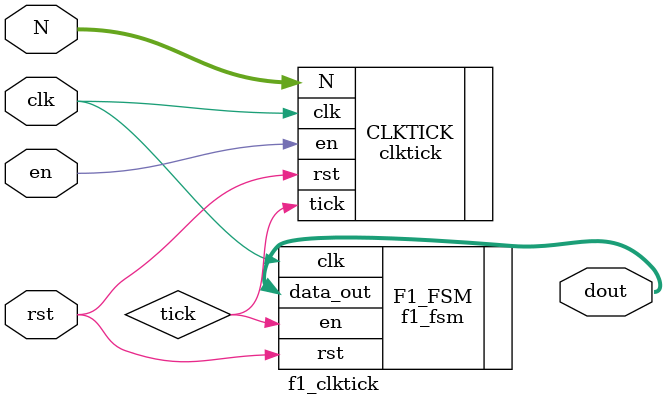
<source format=sv>
module f1_clktick #(
        parameter   N_WIDTH = 16
)(
    input   logic                   clk,
    input   logic                   rst,
    input   logic                    en,
    input   logic [N_WIDTH-1:0]       N,
    output  logic [7:0]             dout
);

    logic tick;

clktick #(N_WIDTH) CLKTICK (
    .clk (clk),
    .rst (rst),
    .en (en),
    .N (N),
    .tick(tick)

);

f1_fsm F1_FSM (
    .rst(rst),
    .en(tick),
    .clk (clk),
    .data_out (dout)
);

endmodule

</source>
